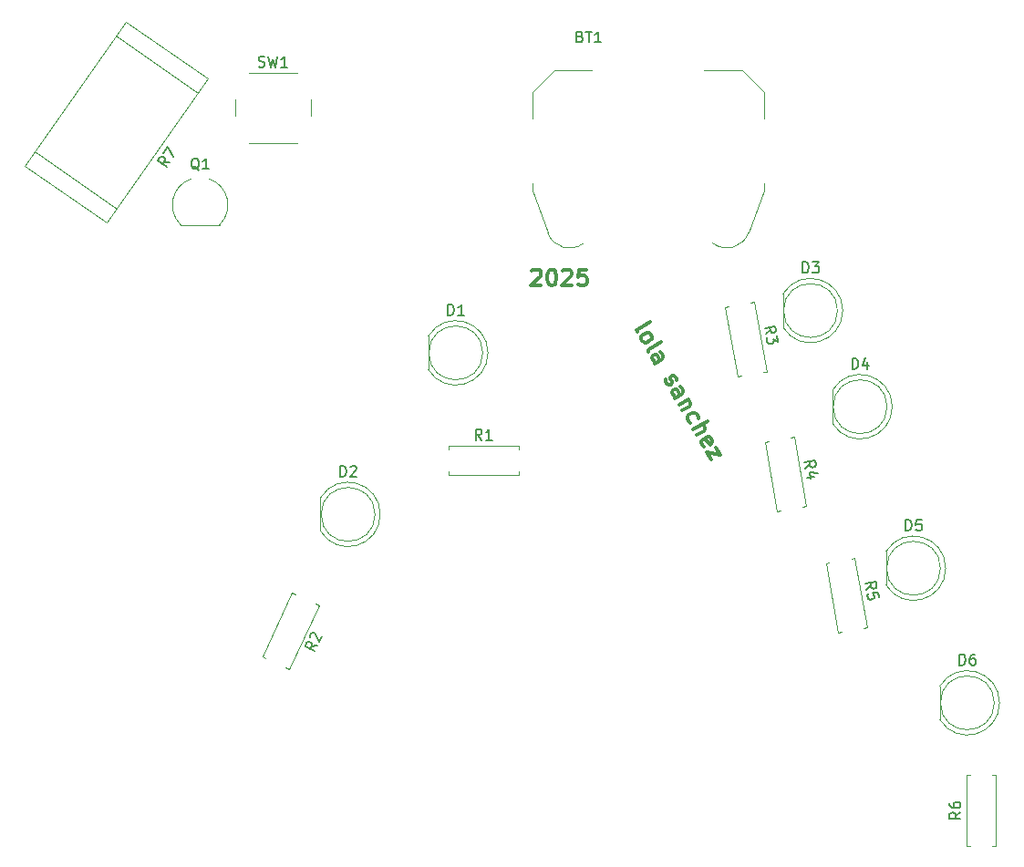
<source format=gbr>
%TF.GenerationSoftware,KiCad,Pcbnew,8.0.6*%
%TF.CreationDate,2025-04-24T23:00:43-04:00*%
%TF.ProjectId,hcsolder,6863736f-6c64-4657-922e-6b696361645f,rev?*%
%TF.SameCoordinates,Original*%
%TF.FileFunction,Legend,Top*%
%TF.FilePolarity,Positive*%
%FSLAX46Y46*%
G04 Gerber Fmt 4.6, Leading zero omitted, Abs format (unit mm)*
G04 Created by KiCad (PCBNEW 8.0.6) date 2025-04-24 23:00:43*
%MOMM*%
%LPD*%
G01*
G04 APERTURE LIST*
%ADD10C,0.300000*%
%ADD11C,0.150000*%
%ADD12C,0.120000*%
G04 APERTURE END LIST*
D10*
X140793082Y-92393685D02*
X140864510Y-92322257D01*
X140864510Y-92322257D02*
X141007368Y-92250828D01*
X141007368Y-92250828D02*
X141364510Y-92250828D01*
X141364510Y-92250828D02*
X141507368Y-92322257D01*
X141507368Y-92322257D02*
X141578796Y-92393685D01*
X141578796Y-92393685D02*
X141650225Y-92536542D01*
X141650225Y-92536542D02*
X141650225Y-92679400D01*
X141650225Y-92679400D02*
X141578796Y-92893685D01*
X141578796Y-92893685D02*
X140721653Y-93750828D01*
X140721653Y-93750828D02*
X141650225Y-93750828D01*
X142578796Y-92250828D02*
X142721653Y-92250828D01*
X142721653Y-92250828D02*
X142864510Y-92322257D01*
X142864510Y-92322257D02*
X142935939Y-92393685D01*
X142935939Y-92393685D02*
X143007367Y-92536542D01*
X143007367Y-92536542D02*
X143078796Y-92822257D01*
X143078796Y-92822257D02*
X143078796Y-93179400D01*
X143078796Y-93179400D02*
X143007367Y-93465114D01*
X143007367Y-93465114D02*
X142935939Y-93607971D01*
X142935939Y-93607971D02*
X142864510Y-93679400D01*
X142864510Y-93679400D02*
X142721653Y-93750828D01*
X142721653Y-93750828D02*
X142578796Y-93750828D01*
X142578796Y-93750828D02*
X142435939Y-93679400D01*
X142435939Y-93679400D02*
X142364510Y-93607971D01*
X142364510Y-93607971D02*
X142293081Y-93465114D01*
X142293081Y-93465114D02*
X142221653Y-93179400D01*
X142221653Y-93179400D02*
X142221653Y-92822257D01*
X142221653Y-92822257D02*
X142293081Y-92536542D01*
X142293081Y-92536542D02*
X142364510Y-92393685D01*
X142364510Y-92393685D02*
X142435939Y-92322257D01*
X142435939Y-92322257D02*
X142578796Y-92250828D01*
X143650224Y-92393685D02*
X143721652Y-92322257D01*
X143721652Y-92322257D02*
X143864510Y-92250828D01*
X143864510Y-92250828D02*
X144221652Y-92250828D01*
X144221652Y-92250828D02*
X144364510Y-92322257D01*
X144364510Y-92322257D02*
X144435938Y-92393685D01*
X144435938Y-92393685D02*
X144507367Y-92536542D01*
X144507367Y-92536542D02*
X144507367Y-92679400D01*
X144507367Y-92679400D02*
X144435938Y-92893685D01*
X144435938Y-92893685D02*
X143578795Y-93750828D01*
X143578795Y-93750828D02*
X144507367Y-93750828D01*
X145864509Y-92250828D02*
X145150223Y-92250828D01*
X145150223Y-92250828D02*
X145078795Y-92965114D01*
X145078795Y-92965114D02*
X145150223Y-92893685D01*
X145150223Y-92893685D02*
X145293081Y-92822257D01*
X145293081Y-92822257D02*
X145650223Y-92822257D01*
X145650223Y-92822257D02*
X145793081Y-92893685D01*
X145793081Y-92893685D02*
X145864509Y-92965114D01*
X145864509Y-92965114D02*
X145935938Y-93107971D01*
X145935938Y-93107971D02*
X145935938Y-93465114D01*
X145935938Y-93465114D02*
X145864509Y-93607971D01*
X145864509Y-93607971D02*
X145793081Y-93679400D01*
X145793081Y-93679400D02*
X145650223Y-93750828D01*
X145650223Y-93750828D02*
X145293081Y-93750828D01*
X145293081Y-93750828D02*
X145150223Y-93679400D01*
X145150223Y-93679400D02*
X145078795Y-93607971D01*
X150556885Y-98066211D02*
X150547316Y-97906779D01*
X150547316Y-97906779D02*
X150635319Y-97773491D01*
X150635319Y-97773491D02*
X151748781Y-97130634D01*
X150949742Y-98746659D02*
X150940173Y-98587227D01*
X150940173Y-98587227D02*
X150966317Y-98489654D01*
X150966317Y-98489654D02*
X151054321Y-98356366D01*
X151054321Y-98356366D02*
X151425475Y-98142081D01*
X151425475Y-98142081D02*
X151584907Y-98132511D01*
X151584907Y-98132511D02*
X151682480Y-98158656D01*
X151682480Y-98158656D02*
X151815768Y-98246659D01*
X151815768Y-98246659D02*
X151922911Y-98432236D01*
X151922911Y-98432236D02*
X151932480Y-98591669D01*
X151932480Y-98591669D02*
X151906336Y-98689242D01*
X151906336Y-98689242D02*
X151818332Y-98822529D01*
X151818332Y-98822529D02*
X151447178Y-99036815D01*
X151447178Y-99036815D02*
X151287746Y-99046385D01*
X151287746Y-99046385D02*
X151190173Y-99020240D01*
X151190173Y-99020240D02*
X151056885Y-98932236D01*
X151056885Y-98932236D02*
X150949742Y-98746659D01*
X151628314Y-99921980D02*
X151618744Y-99762548D01*
X151618744Y-99762548D02*
X151706748Y-99629260D01*
X151706748Y-99629260D02*
X152820209Y-98986403D01*
X152235457Y-100973582D02*
X152915905Y-100580725D01*
X152915905Y-100580725D02*
X153003909Y-100447437D01*
X153003909Y-100447437D02*
X152994339Y-100288005D01*
X152994339Y-100288005D02*
X152851482Y-100040569D01*
X152851482Y-100040569D02*
X152718194Y-99952565D01*
X152297315Y-100937867D02*
X152164028Y-100849864D01*
X152164028Y-100849864D02*
X151985457Y-100540569D01*
X151985457Y-100540569D02*
X151975887Y-100381137D01*
X151975887Y-100381137D02*
X152063891Y-100247849D01*
X152063891Y-100247849D02*
X152187608Y-100176421D01*
X152187608Y-100176421D02*
X152347041Y-100166851D01*
X152347041Y-100166851D02*
X152480328Y-100254855D01*
X152480328Y-100254855D02*
X152658900Y-100564150D01*
X152658900Y-100564150D02*
X152792187Y-100652153D01*
X153190173Y-102484341D02*
X153199742Y-102643774D01*
X153199742Y-102643774D02*
X153342599Y-102891209D01*
X153342599Y-102891209D02*
X153475887Y-102979213D01*
X153475887Y-102979213D02*
X153635319Y-102969643D01*
X153635319Y-102969643D02*
X153697178Y-102933929D01*
X153697178Y-102933929D02*
X153785182Y-102800642D01*
X153785182Y-102800642D02*
X153775612Y-102641209D01*
X153775612Y-102641209D02*
X153668469Y-102455633D01*
X153668469Y-102455633D02*
X153658900Y-102296200D01*
X153658900Y-102296200D02*
X153746903Y-102162913D01*
X153746903Y-102162913D02*
X153808762Y-102127199D01*
X153808762Y-102127199D02*
X153968194Y-102117629D01*
X153968194Y-102117629D02*
X154101482Y-102205633D01*
X154101482Y-102205633D02*
X154208625Y-102391209D01*
X154208625Y-102391209D02*
X154218194Y-102550642D01*
X154092600Y-104190248D02*
X154773048Y-103797391D01*
X154773048Y-103797391D02*
X154861052Y-103664103D01*
X154861052Y-103664103D02*
X154851482Y-103504671D01*
X154851482Y-103504671D02*
X154708625Y-103257235D01*
X154708625Y-103257235D02*
X154575337Y-103169231D01*
X154154458Y-104154534D02*
X154021171Y-104066530D01*
X154021171Y-104066530D02*
X153842600Y-103757235D01*
X153842600Y-103757235D02*
X153833030Y-103597803D01*
X153833030Y-103597803D02*
X153921034Y-103464515D01*
X153921034Y-103464515D02*
X154044751Y-103393087D01*
X154044751Y-103393087D02*
X154204184Y-103383517D01*
X154204184Y-103383517D02*
X154337471Y-103471521D01*
X154337471Y-103471521D02*
X154516043Y-103780816D01*
X154516043Y-103780816D02*
X154649330Y-103868819D01*
X155315768Y-104308838D02*
X154449742Y-104808838D01*
X155192050Y-104380266D02*
X155289623Y-104406411D01*
X155289623Y-104406411D02*
X155422911Y-104494414D01*
X155422911Y-104494414D02*
X155530054Y-104679991D01*
X155530054Y-104679991D02*
X155539623Y-104839423D01*
X155539623Y-104839423D02*
X155451620Y-104972711D01*
X155451620Y-104972711D02*
X154771171Y-105365568D01*
X155511601Y-106505174D02*
X155378314Y-106417171D01*
X155378314Y-106417171D02*
X155235457Y-106169735D01*
X155235457Y-106169735D02*
X155225887Y-106010302D01*
X155225887Y-106010302D02*
X155252032Y-105912729D01*
X155252032Y-105912729D02*
X155340035Y-105779442D01*
X155340035Y-105779442D02*
X155711189Y-105565156D01*
X155711189Y-105565156D02*
X155870621Y-105555586D01*
X155870621Y-105555586D02*
X155968195Y-105581731D01*
X155968195Y-105581731D02*
X156101482Y-105669735D01*
X156101482Y-105669735D02*
X156244339Y-105917171D01*
X156244339Y-105917171D02*
X156253909Y-106076603D01*
X155771171Y-107097619D02*
X157070209Y-106347619D01*
X156092600Y-107654349D02*
X156773048Y-107261492D01*
X156773048Y-107261492D02*
X156861052Y-107128205D01*
X156861052Y-107128205D02*
X156851482Y-106968773D01*
X156851482Y-106968773D02*
X156744339Y-106783196D01*
X156744339Y-106783196D02*
X156611052Y-106695192D01*
X156611052Y-106695192D02*
X156513478Y-106669047D01*
X156797316Y-108732096D02*
X156664028Y-108644093D01*
X156664028Y-108644093D02*
X156521171Y-108396657D01*
X156521171Y-108396657D02*
X156511601Y-108237225D01*
X156511601Y-108237225D02*
X156599605Y-108103937D01*
X156599605Y-108103937D02*
X157094477Y-107818223D01*
X157094477Y-107818223D02*
X157253909Y-107808653D01*
X157253909Y-107808653D02*
X157387196Y-107896657D01*
X157387196Y-107896657D02*
X157530054Y-108144093D01*
X157530054Y-108144093D02*
X157539623Y-108303525D01*
X157539623Y-108303525D02*
X157451620Y-108436813D01*
X157451620Y-108436813D02*
X157327902Y-108508241D01*
X157327902Y-108508241D02*
X156847041Y-107961080D01*
X157887196Y-108762682D02*
X158280053Y-109443131D01*
X158280053Y-109443131D02*
X157021171Y-109262682D01*
X157021171Y-109262682D02*
X157414028Y-109943131D01*
D11*
X166195544Y-110751181D02*
X166606617Y-110340222D01*
X166096316Y-110188434D02*
X167081124Y-110014785D01*
X167081124Y-110014785D02*
X167147276Y-110389950D01*
X167147276Y-110389950D02*
X167116918Y-110492010D01*
X167116918Y-110492010D02*
X167078291Y-110547175D01*
X167078291Y-110547175D02*
X166992769Y-110610609D01*
X166992769Y-110610609D02*
X166852082Y-110635415D01*
X166852082Y-110635415D02*
X166750022Y-110605058D01*
X166750022Y-110605058D02*
X166694858Y-110566431D01*
X166694858Y-110566431D02*
X166631424Y-110480909D01*
X166631424Y-110480909D02*
X166565272Y-110105744D01*
X167000924Y-111479536D02*
X166344385Y-111595302D01*
X167334744Y-111178907D02*
X166589965Y-111068463D01*
X166589965Y-111068463D02*
X166697461Y-111678106D01*
X115416667Y-73407200D02*
X115559524Y-73454819D01*
X115559524Y-73454819D02*
X115797619Y-73454819D01*
X115797619Y-73454819D02*
X115892857Y-73407200D01*
X115892857Y-73407200D02*
X115940476Y-73359580D01*
X115940476Y-73359580D02*
X115988095Y-73264342D01*
X115988095Y-73264342D02*
X115988095Y-73169104D01*
X115988095Y-73169104D02*
X115940476Y-73073866D01*
X115940476Y-73073866D02*
X115892857Y-73026247D01*
X115892857Y-73026247D02*
X115797619Y-72978628D01*
X115797619Y-72978628D02*
X115607143Y-72931009D01*
X115607143Y-72931009D02*
X115511905Y-72883390D01*
X115511905Y-72883390D02*
X115464286Y-72835771D01*
X115464286Y-72835771D02*
X115416667Y-72740533D01*
X115416667Y-72740533D02*
X115416667Y-72645295D01*
X115416667Y-72645295D02*
X115464286Y-72550057D01*
X115464286Y-72550057D02*
X115511905Y-72502438D01*
X115511905Y-72502438D02*
X115607143Y-72454819D01*
X115607143Y-72454819D02*
X115845238Y-72454819D01*
X115845238Y-72454819D02*
X115988095Y-72502438D01*
X116321429Y-72454819D02*
X116559524Y-73454819D01*
X116559524Y-73454819D02*
X116750000Y-72740533D01*
X116750000Y-72740533D02*
X116940476Y-73454819D01*
X116940476Y-73454819D02*
X117178572Y-72454819D01*
X118083333Y-73454819D02*
X117511905Y-73454819D01*
X117797619Y-73454819D02*
X117797619Y-72454819D01*
X117797619Y-72454819D02*
X117702381Y-72597676D01*
X117702381Y-72597676D02*
X117607143Y-72692914D01*
X117607143Y-72692914D02*
X117511905Y-72740533D01*
X136143333Y-108084819D02*
X135810000Y-107608628D01*
X135571905Y-108084819D02*
X135571905Y-107084819D01*
X135571905Y-107084819D02*
X135952857Y-107084819D01*
X135952857Y-107084819D02*
X136048095Y-107132438D01*
X136048095Y-107132438D02*
X136095714Y-107180057D01*
X136095714Y-107180057D02*
X136143333Y-107275295D01*
X136143333Y-107275295D02*
X136143333Y-107418152D01*
X136143333Y-107418152D02*
X136095714Y-107513390D01*
X136095714Y-107513390D02*
X136048095Y-107561009D01*
X136048095Y-107561009D02*
X135952857Y-107608628D01*
X135952857Y-107608628D02*
X135571905Y-107608628D01*
X137095714Y-108084819D02*
X136524286Y-108084819D01*
X136810000Y-108084819D02*
X136810000Y-107084819D01*
X136810000Y-107084819D02*
X136714762Y-107227676D01*
X136714762Y-107227676D02*
X136619524Y-107322914D01*
X136619524Y-107322914D02*
X136524286Y-107370533D01*
X171857144Y-122003298D02*
X172268217Y-121592339D01*
X171757916Y-121440551D02*
X172742724Y-121266902D01*
X172742724Y-121266902D02*
X172808876Y-121642067D01*
X172808876Y-121642067D02*
X172778518Y-121744127D01*
X172778518Y-121744127D02*
X172739891Y-121799292D01*
X172739891Y-121799292D02*
X172654369Y-121862726D01*
X172654369Y-121862726D02*
X172513682Y-121887532D01*
X172513682Y-121887532D02*
X172411622Y-121857175D01*
X172411622Y-121857175D02*
X172356458Y-121818548D01*
X172356458Y-121818548D02*
X172293024Y-121733026D01*
X172293024Y-121733026D02*
X172226872Y-121357861D01*
X172999062Y-122720666D02*
X172916372Y-122251710D01*
X172916372Y-122251710D02*
X172439147Y-122287504D01*
X172439147Y-122287504D02*
X172494312Y-122326131D01*
X172494312Y-122326131D02*
X172557745Y-122411653D01*
X172557745Y-122411653D02*
X172599090Y-122646131D01*
X172599090Y-122646131D02*
X172568732Y-122748191D01*
X172568732Y-122748191D02*
X172530106Y-122803356D01*
X172530106Y-122803356D02*
X172444584Y-122866789D01*
X172444584Y-122866789D02*
X172210106Y-122908134D01*
X172210106Y-122908134D02*
X172108045Y-122877776D01*
X172108045Y-122877776D02*
X172052881Y-122839150D01*
X172052881Y-122839150D02*
X171989447Y-122753628D01*
X171989447Y-122753628D02*
X171948102Y-122519150D01*
X171948102Y-122519150D02*
X171978460Y-122417089D01*
X171978460Y-122417089D02*
X172017087Y-122361925D01*
X170531905Y-101494819D02*
X170531905Y-100494819D01*
X170531905Y-100494819D02*
X170770000Y-100494819D01*
X170770000Y-100494819D02*
X170912857Y-100542438D01*
X170912857Y-100542438D02*
X171008095Y-100637676D01*
X171008095Y-100637676D02*
X171055714Y-100732914D01*
X171055714Y-100732914D02*
X171103333Y-100923390D01*
X171103333Y-100923390D02*
X171103333Y-101066247D01*
X171103333Y-101066247D02*
X171055714Y-101256723D01*
X171055714Y-101256723D02*
X171008095Y-101351961D01*
X171008095Y-101351961D02*
X170912857Y-101447200D01*
X170912857Y-101447200D02*
X170770000Y-101494819D01*
X170770000Y-101494819D02*
X170531905Y-101494819D01*
X171960476Y-100828152D02*
X171960476Y-101494819D01*
X171722381Y-100447200D02*
X171484286Y-101161485D01*
X171484286Y-101161485D02*
X172103333Y-101161485D01*
X109904761Y-83020057D02*
X109809523Y-82972438D01*
X109809523Y-82972438D02*
X109714285Y-82877200D01*
X109714285Y-82877200D02*
X109571428Y-82734342D01*
X109571428Y-82734342D02*
X109476190Y-82686723D01*
X109476190Y-82686723D02*
X109380952Y-82686723D01*
X109428571Y-82924819D02*
X109333333Y-82877200D01*
X109333333Y-82877200D02*
X109238095Y-82781961D01*
X109238095Y-82781961D02*
X109190476Y-82591485D01*
X109190476Y-82591485D02*
X109190476Y-82258152D01*
X109190476Y-82258152D02*
X109238095Y-82067676D01*
X109238095Y-82067676D02*
X109333333Y-81972438D01*
X109333333Y-81972438D02*
X109428571Y-81924819D01*
X109428571Y-81924819D02*
X109619047Y-81924819D01*
X109619047Y-81924819D02*
X109714285Y-81972438D01*
X109714285Y-81972438D02*
X109809523Y-82067676D01*
X109809523Y-82067676D02*
X109857142Y-82258152D01*
X109857142Y-82258152D02*
X109857142Y-82591485D01*
X109857142Y-82591485D02*
X109809523Y-82781961D01*
X109809523Y-82781961D02*
X109714285Y-82877200D01*
X109714285Y-82877200D02*
X109619047Y-82924819D01*
X109619047Y-82924819D02*
X109428571Y-82924819D01*
X110809523Y-82924819D02*
X110238095Y-82924819D01*
X110523809Y-82924819D02*
X110523809Y-81924819D01*
X110523809Y-81924819D02*
X110428571Y-82067676D01*
X110428571Y-82067676D02*
X110333333Y-82162914D01*
X110333333Y-82162914D02*
X110238095Y-82210533D01*
X180584819Y-142666666D02*
X180108628Y-142999999D01*
X180584819Y-143238094D02*
X179584819Y-143238094D01*
X179584819Y-143238094D02*
X179584819Y-142857142D01*
X179584819Y-142857142D02*
X179632438Y-142761904D01*
X179632438Y-142761904D02*
X179680057Y-142714285D01*
X179680057Y-142714285D02*
X179775295Y-142666666D01*
X179775295Y-142666666D02*
X179918152Y-142666666D01*
X179918152Y-142666666D02*
X180013390Y-142714285D01*
X180013390Y-142714285D02*
X180061009Y-142761904D01*
X180061009Y-142761904D02*
X180108628Y-142857142D01*
X180108628Y-142857142D02*
X180108628Y-143238094D01*
X179584819Y-141809523D02*
X179584819Y-141999999D01*
X179584819Y-141999999D02*
X179632438Y-142095237D01*
X179632438Y-142095237D02*
X179680057Y-142142856D01*
X179680057Y-142142856D02*
X179822914Y-142238094D01*
X179822914Y-142238094D02*
X180013390Y-142285713D01*
X180013390Y-142285713D02*
X180394342Y-142285713D01*
X180394342Y-142285713D02*
X180489580Y-142238094D01*
X180489580Y-142238094D02*
X180537200Y-142190475D01*
X180537200Y-142190475D02*
X180584819Y-142095237D01*
X180584819Y-142095237D02*
X180584819Y-141904761D01*
X180584819Y-141904761D02*
X180537200Y-141809523D01*
X180537200Y-141809523D02*
X180489580Y-141761904D01*
X180489580Y-141761904D02*
X180394342Y-141714285D01*
X180394342Y-141714285D02*
X180156247Y-141714285D01*
X180156247Y-141714285D02*
X180061009Y-141761904D01*
X180061009Y-141761904D02*
X180013390Y-141809523D01*
X180013390Y-141809523D02*
X179965771Y-141904761D01*
X179965771Y-141904761D02*
X179965771Y-142095237D01*
X179965771Y-142095237D02*
X180013390Y-142190475D01*
X180013390Y-142190475D02*
X180061009Y-142238094D01*
X180061009Y-142238094D02*
X180156247Y-142285713D01*
X122991905Y-111494819D02*
X122991905Y-110494819D01*
X122991905Y-110494819D02*
X123230000Y-110494819D01*
X123230000Y-110494819D02*
X123372857Y-110542438D01*
X123372857Y-110542438D02*
X123468095Y-110637676D01*
X123468095Y-110637676D02*
X123515714Y-110732914D01*
X123515714Y-110732914D02*
X123563333Y-110923390D01*
X123563333Y-110923390D02*
X123563333Y-111066247D01*
X123563333Y-111066247D02*
X123515714Y-111256723D01*
X123515714Y-111256723D02*
X123468095Y-111351961D01*
X123468095Y-111351961D02*
X123372857Y-111447200D01*
X123372857Y-111447200D02*
X123230000Y-111494819D01*
X123230000Y-111494819D02*
X122991905Y-111494819D01*
X123944286Y-110590057D02*
X123991905Y-110542438D01*
X123991905Y-110542438D02*
X124087143Y-110494819D01*
X124087143Y-110494819D02*
X124325238Y-110494819D01*
X124325238Y-110494819D02*
X124420476Y-110542438D01*
X124420476Y-110542438D02*
X124468095Y-110590057D01*
X124468095Y-110590057D02*
X124515714Y-110685295D01*
X124515714Y-110685295D02*
X124515714Y-110780533D01*
X124515714Y-110780533D02*
X124468095Y-110923390D01*
X124468095Y-110923390D02*
X123896667Y-111494819D01*
X123896667Y-111494819D02*
X124515714Y-111494819D01*
X145264285Y-70631009D02*
X145407142Y-70678628D01*
X145407142Y-70678628D02*
X145454761Y-70726247D01*
X145454761Y-70726247D02*
X145502380Y-70821485D01*
X145502380Y-70821485D02*
X145502380Y-70964342D01*
X145502380Y-70964342D02*
X145454761Y-71059580D01*
X145454761Y-71059580D02*
X145407142Y-71107200D01*
X145407142Y-71107200D02*
X145311904Y-71154819D01*
X145311904Y-71154819D02*
X144930952Y-71154819D01*
X144930952Y-71154819D02*
X144930952Y-70154819D01*
X144930952Y-70154819D02*
X145264285Y-70154819D01*
X145264285Y-70154819D02*
X145359523Y-70202438D01*
X145359523Y-70202438D02*
X145407142Y-70250057D01*
X145407142Y-70250057D02*
X145454761Y-70345295D01*
X145454761Y-70345295D02*
X145454761Y-70440533D01*
X145454761Y-70440533D02*
X145407142Y-70535771D01*
X145407142Y-70535771D02*
X145359523Y-70583390D01*
X145359523Y-70583390D02*
X145264285Y-70631009D01*
X145264285Y-70631009D02*
X144930952Y-70631009D01*
X145788095Y-70154819D02*
X146359523Y-70154819D01*
X146073809Y-71154819D02*
X146073809Y-70154819D01*
X147216666Y-71154819D02*
X146645238Y-71154819D01*
X146930952Y-71154819D02*
X146930952Y-70154819D01*
X146930952Y-70154819D02*
X146835714Y-70297676D01*
X146835714Y-70297676D02*
X146740476Y-70392914D01*
X146740476Y-70392914D02*
X146645238Y-70440533D01*
X162518743Y-98255415D02*
X162929816Y-97844456D01*
X162419515Y-97692668D02*
X163404323Y-97519019D01*
X163404323Y-97519019D02*
X163470475Y-97894184D01*
X163470475Y-97894184D02*
X163440117Y-97996244D01*
X163440117Y-97996244D02*
X163401490Y-98051409D01*
X163401490Y-98051409D02*
X163315968Y-98114843D01*
X163315968Y-98114843D02*
X163175281Y-98139649D01*
X163175281Y-98139649D02*
X163073221Y-98109292D01*
X163073221Y-98109292D02*
X163018057Y-98070665D01*
X163018057Y-98070665D02*
X162954623Y-97985143D01*
X162954623Y-97985143D02*
X162888471Y-97609978D01*
X163561433Y-98410036D02*
X163668930Y-99019679D01*
X163668930Y-99019679D02*
X163235882Y-98757561D01*
X163235882Y-98757561D02*
X163260689Y-98898248D01*
X163260689Y-98898248D02*
X163230331Y-99000308D01*
X163230331Y-99000308D02*
X163191705Y-99055473D01*
X163191705Y-99055473D02*
X163106183Y-99118906D01*
X163106183Y-99118906D02*
X162871705Y-99160251D01*
X162871705Y-99160251D02*
X162769644Y-99129893D01*
X162769644Y-99129893D02*
X162714480Y-99091267D01*
X162714480Y-99091267D02*
X162651046Y-99005745D01*
X162651046Y-99005745D02*
X162601433Y-98724371D01*
X162601433Y-98724371D02*
X162631790Y-98622311D01*
X162631790Y-98622311D02*
X162670417Y-98567146D01*
X175491905Y-116494819D02*
X175491905Y-115494819D01*
X175491905Y-115494819D02*
X175730000Y-115494819D01*
X175730000Y-115494819D02*
X175872857Y-115542438D01*
X175872857Y-115542438D02*
X175968095Y-115637676D01*
X175968095Y-115637676D02*
X176015714Y-115732914D01*
X176015714Y-115732914D02*
X176063333Y-115923390D01*
X176063333Y-115923390D02*
X176063333Y-116066247D01*
X176063333Y-116066247D02*
X176015714Y-116256723D01*
X176015714Y-116256723D02*
X175968095Y-116351961D01*
X175968095Y-116351961D02*
X175872857Y-116447200D01*
X175872857Y-116447200D02*
X175730000Y-116494819D01*
X175730000Y-116494819D02*
X175491905Y-116494819D01*
X176968095Y-115494819D02*
X176491905Y-115494819D01*
X176491905Y-115494819D02*
X176444286Y-115971009D01*
X176444286Y-115971009D02*
X176491905Y-115923390D01*
X176491905Y-115923390D02*
X176587143Y-115875771D01*
X176587143Y-115875771D02*
X176825238Y-115875771D01*
X176825238Y-115875771D02*
X176920476Y-115923390D01*
X176920476Y-115923390D02*
X176968095Y-115971009D01*
X176968095Y-115971009D02*
X177015714Y-116066247D01*
X177015714Y-116066247D02*
X177015714Y-116304342D01*
X177015714Y-116304342D02*
X176968095Y-116399580D01*
X176968095Y-116399580D02*
X176920476Y-116447200D01*
X176920476Y-116447200D02*
X176825238Y-116494819D01*
X176825238Y-116494819D02*
X176587143Y-116494819D01*
X176587143Y-116494819D02*
X176491905Y-116447200D01*
X176491905Y-116447200D02*
X176444286Y-116399580D01*
X165931905Y-92564819D02*
X165931905Y-91564819D01*
X165931905Y-91564819D02*
X166170000Y-91564819D01*
X166170000Y-91564819D02*
X166312857Y-91612438D01*
X166312857Y-91612438D02*
X166408095Y-91707676D01*
X166408095Y-91707676D02*
X166455714Y-91802914D01*
X166455714Y-91802914D02*
X166503333Y-91993390D01*
X166503333Y-91993390D02*
X166503333Y-92136247D01*
X166503333Y-92136247D02*
X166455714Y-92326723D01*
X166455714Y-92326723D02*
X166408095Y-92421961D01*
X166408095Y-92421961D02*
X166312857Y-92517200D01*
X166312857Y-92517200D02*
X166170000Y-92564819D01*
X166170000Y-92564819D02*
X165931905Y-92564819D01*
X166836667Y-91564819D02*
X167455714Y-91564819D01*
X167455714Y-91564819D02*
X167122381Y-91945771D01*
X167122381Y-91945771D02*
X167265238Y-91945771D01*
X167265238Y-91945771D02*
X167360476Y-91993390D01*
X167360476Y-91993390D02*
X167408095Y-92041009D01*
X167408095Y-92041009D02*
X167455714Y-92136247D01*
X167455714Y-92136247D02*
X167455714Y-92374342D01*
X167455714Y-92374342D02*
X167408095Y-92469580D01*
X167408095Y-92469580D02*
X167360476Y-92517200D01*
X167360476Y-92517200D02*
X167265238Y-92564819D01*
X167265238Y-92564819D02*
X166979524Y-92564819D01*
X166979524Y-92564819D02*
X166884286Y-92517200D01*
X166884286Y-92517200D02*
X166836667Y-92469580D01*
X180491905Y-128994819D02*
X180491905Y-127994819D01*
X180491905Y-127994819D02*
X180730000Y-127994819D01*
X180730000Y-127994819D02*
X180872857Y-128042438D01*
X180872857Y-128042438D02*
X180968095Y-128137676D01*
X180968095Y-128137676D02*
X181015714Y-128232914D01*
X181015714Y-128232914D02*
X181063333Y-128423390D01*
X181063333Y-128423390D02*
X181063333Y-128566247D01*
X181063333Y-128566247D02*
X181015714Y-128756723D01*
X181015714Y-128756723D02*
X180968095Y-128851961D01*
X180968095Y-128851961D02*
X180872857Y-128947200D01*
X180872857Y-128947200D02*
X180730000Y-128994819D01*
X180730000Y-128994819D02*
X180491905Y-128994819D01*
X181920476Y-127994819D02*
X181730000Y-127994819D01*
X181730000Y-127994819D02*
X181634762Y-128042438D01*
X181634762Y-128042438D02*
X181587143Y-128090057D01*
X181587143Y-128090057D02*
X181491905Y-128232914D01*
X181491905Y-128232914D02*
X181444286Y-128423390D01*
X181444286Y-128423390D02*
X181444286Y-128804342D01*
X181444286Y-128804342D02*
X181491905Y-128899580D01*
X181491905Y-128899580D02*
X181539524Y-128947200D01*
X181539524Y-128947200D02*
X181634762Y-128994819D01*
X181634762Y-128994819D02*
X181825238Y-128994819D01*
X181825238Y-128994819D02*
X181920476Y-128947200D01*
X181920476Y-128947200D02*
X181968095Y-128899580D01*
X181968095Y-128899580D02*
X182015714Y-128804342D01*
X182015714Y-128804342D02*
X182015714Y-128566247D01*
X182015714Y-128566247D02*
X181968095Y-128471009D01*
X181968095Y-128471009D02*
X181920476Y-128423390D01*
X181920476Y-128423390D02*
X181825238Y-128375771D01*
X181825238Y-128375771D02*
X181634762Y-128375771D01*
X181634762Y-128375771D02*
X181539524Y-128423390D01*
X181539524Y-128423390D02*
X181491905Y-128471009D01*
X181491905Y-128471009D02*
X181444286Y-128566247D01*
X107193465Y-82264036D02*
X106612200Y-82263955D01*
X106865707Y-82732123D02*
X106046555Y-82158546D01*
X106046555Y-82158546D02*
X106265060Y-81846488D01*
X106265060Y-81846488D02*
X106358694Y-81795787D01*
X106358694Y-81795787D02*
X106425014Y-81784093D01*
X106425014Y-81784093D02*
X106530342Y-81799712D01*
X106530342Y-81799712D02*
X106647363Y-81881652D01*
X106647363Y-81881652D02*
X106698065Y-81975285D01*
X106698065Y-81975285D02*
X106709759Y-82041606D01*
X106709759Y-82041606D02*
X106694140Y-82146933D01*
X106694140Y-82146933D02*
X106475634Y-82458991D01*
X106565505Y-81417409D02*
X106947889Y-80871307D01*
X106947889Y-80871307D02*
X107521223Y-81795949D01*
X120879543Y-127177902D02*
X120307095Y-127278758D01*
X120638047Y-127695792D02*
X119731739Y-127273174D01*
X119731739Y-127273174D02*
X119892737Y-126927914D01*
X119892737Y-126927914D02*
X119976144Y-126861724D01*
X119976144Y-126861724D02*
X120039426Y-126838691D01*
X120039426Y-126838691D02*
X120145866Y-126835783D01*
X120145866Y-126835783D02*
X120275338Y-126896157D01*
X120275338Y-126896157D02*
X120341529Y-126979564D01*
X120341529Y-126979564D02*
X120364561Y-127042846D01*
X120364561Y-127042846D02*
X120367470Y-127149285D01*
X120367470Y-127149285D02*
X120206472Y-127494546D01*
X120220548Y-126450273D02*
X120197515Y-126386991D01*
X120197515Y-126386991D02*
X120194607Y-126280551D01*
X120194607Y-126280551D02*
X120295230Y-126064764D01*
X120295230Y-126064764D02*
X120378637Y-125998573D01*
X120378637Y-125998573D02*
X120441920Y-125975541D01*
X120441920Y-125975541D02*
X120548359Y-125972632D01*
X120548359Y-125972632D02*
X120634674Y-126012882D01*
X120634674Y-126012882D02*
X120744022Y-126116413D01*
X120744022Y-126116413D02*
X121020416Y-126875800D01*
X121020416Y-126875800D02*
X121282037Y-126314752D01*
X132991905Y-96494819D02*
X132991905Y-95494819D01*
X132991905Y-95494819D02*
X133230000Y-95494819D01*
X133230000Y-95494819D02*
X133372857Y-95542438D01*
X133372857Y-95542438D02*
X133468095Y-95637676D01*
X133468095Y-95637676D02*
X133515714Y-95732914D01*
X133515714Y-95732914D02*
X133563333Y-95923390D01*
X133563333Y-95923390D02*
X133563333Y-96066247D01*
X133563333Y-96066247D02*
X133515714Y-96256723D01*
X133515714Y-96256723D02*
X133468095Y-96351961D01*
X133468095Y-96351961D02*
X133372857Y-96447200D01*
X133372857Y-96447200D02*
X133230000Y-96494819D01*
X133230000Y-96494819D02*
X132991905Y-96494819D01*
X134515714Y-96494819D02*
X133944286Y-96494819D01*
X134230000Y-96494819D02*
X134230000Y-95494819D01*
X134230000Y-95494819D02*
X134134762Y-95637676D01*
X134134762Y-95637676D02*
X134039524Y-95732914D01*
X134039524Y-95732914D02*
X133944286Y-95780533D01*
D12*
%TO.C,R4*%
X162421384Y-108265459D02*
X163557043Y-114706102D01*
X162746371Y-108208155D02*
X162421384Y-108265459D01*
X163557043Y-114706102D02*
X163882030Y-114648798D01*
X164794771Y-107846967D02*
X165119758Y-107789663D01*
X165119758Y-107789663D02*
X166255417Y-114230306D01*
X166255417Y-114230306D02*
X165930430Y-114287610D01*
%TO.C,SW1*%
X113250000Y-76500000D02*
X113250000Y-78000000D01*
X114500000Y-80500000D02*
X119000000Y-80500000D01*
X119000000Y-74000000D02*
X114500000Y-74000000D01*
X120250000Y-78000000D02*
X120250000Y-76500000D01*
%TO.C,R1*%
X133040000Y-108630000D02*
X139580000Y-108630000D01*
X133040000Y-108960000D02*
X133040000Y-108630000D01*
X133040000Y-111040000D02*
X133040000Y-111370000D01*
X133040000Y-111370000D02*
X139580000Y-111370000D01*
X139580000Y-108630000D02*
X139580000Y-108960000D01*
X139580000Y-111370000D02*
X139580000Y-111040000D01*
%TO.C,R5*%
X168082984Y-119517577D02*
X169218643Y-125958220D01*
X168407971Y-119460273D02*
X168082984Y-119517577D01*
X169218643Y-125958220D02*
X169543630Y-125900916D01*
X170456371Y-119099085D02*
X170781358Y-119041781D01*
X170781358Y-119041781D02*
X171917017Y-125482424D01*
X171917017Y-125482424D02*
X171592030Y-125539728D01*
%TO.C,D4*%
X168710000Y-103455000D02*
X168710000Y-106545000D01*
X168710000Y-103455170D02*
G75*
G02*
X174260000Y-105000462I2560000J-1544830D01*
G01*
X174260000Y-104999538D02*
G75*
G02*
X168710000Y-106544830I-2990000J-462D01*
G01*
X173770000Y-105000000D02*
G75*
G02*
X168770000Y-105000000I-2500000J0D01*
G01*
X168770000Y-105000000D02*
G75*
G02*
X173770000Y-105000000I2500000J0D01*
G01*
%TO.C,Q1*%
X108200000Y-88120000D02*
X111800000Y-88120000D01*
X108188547Y-88112156D02*
G75*
G02*
X109180000Y-83820000I1811453J1842156D01*
G01*
X110780000Y-83820000D02*
G75*
G02*
X111808445Y-88097684I-780000J-2450000D01*
G01*
%TO.C,R6*%
X181130000Y-139230000D02*
X181460000Y-139230000D01*
X181130000Y-145770000D02*
X181130000Y-139230000D01*
X181460000Y-145770000D02*
X181130000Y-145770000D01*
X183540000Y-145770000D02*
X183870000Y-145770000D01*
X183870000Y-139230000D02*
X183540000Y-139230000D01*
X183870000Y-145770000D02*
X183870000Y-139230000D01*
%TO.C,D2*%
X126230000Y-115000000D02*
G75*
G02*
X121230000Y-115000000I-2500000J0D01*
G01*
X121230000Y-115000000D02*
G75*
G02*
X126230000Y-115000000I2500000J0D01*
G01*
X126720000Y-114999538D02*
G75*
G02*
X121170000Y-116544830I-2990000J-462D01*
G01*
X121170000Y-113455170D02*
G75*
G02*
X126720000Y-115000462I2560000J-1544830D01*
G01*
X121170000Y-113455000D02*
X121170000Y-116545000D01*
%TO.C,BT1*%
X160920243Y-88848169D02*
G75*
G02*
X157595000Y-89810000I-2015243J738169D01*
G01*
X145591646Y-89826530D02*
G75*
G02*
X142255000Y-88840000I-1306646J1716531D01*
G01*
X162375000Y-84890000D02*
X160935000Y-88840000D01*
X162375000Y-84260000D02*
X162375000Y-84890000D01*
X162375000Y-75800000D02*
X162375000Y-78260000D01*
X160295000Y-73720000D02*
X162375000Y-75800000D01*
X160295000Y-73720000D02*
X156795000Y-73720000D01*
X146395000Y-73720000D02*
X142895000Y-73720000D01*
X142895000Y-73720000D02*
X140815000Y-75800000D01*
X140815000Y-84890000D02*
X142255000Y-88840000D01*
X140815000Y-84260000D02*
X140815000Y-84890000D01*
X140815000Y-75800000D02*
X140815000Y-78260000D01*
%TO.C,R3*%
X158744583Y-95769694D02*
X159880242Y-102210337D01*
X159069570Y-95712390D02*
X158744583Y-95769694D01*
X159880242Y-102210337D02*
X160205229Y-102153033D01*
X161117970Y-95351202D02*
X161442957Y-95293898D01*
X161442957Y-95293898D02*
X162578616Y-101734541D01*
X162578616Y-101734541D02*
X162253629Y-101791845D01*
%TO.C,D5*%
X173670000Y-118455000D02*
X173670000Y-121545000D01*
X173670000Y-118455170D02*
G75*
G02*
X179220000Y-120000462I2560000J-1544830D01*
G01*
X179220000Y-119999538D02*
G75*
G02*
X173670000Y-121544830I-2990000J-462D01*
G01*
X178730000Y-120000000D02*
G75*
G02*
X173730000Y-120000000I-2500000J0D01*
G01*
X173730000Y-120000000D02*
G75*
G02*
X178730000Y-120000000I2500000J0D01*
G01*
%TO.C,D3*%
X169170000Y-96070000D02*
G75*
G02*
X164170000Y-96070000I-2500000J0D01*
G01*
X164170000Y-96070000D02*
G75*
G02*
X169170000Y-96070000I2500000J0D01*
G01*
X169660000Y-96069538D02*
G75*
G02*
X164110000Y-97614830I-2990000J-462D01*
G01*
X164110000Y-94525170D02*
G75*
G02*
X169660000Y-96070462I2560000J-1544830D01*
G01*
X164110000Y-94525000D02*
X164110000Y-97615000D01*
%TO.C,D6*%
X178670000Y-130955000D02*
X178670000Y-134045000D01*
X178670000Y-130955170D02*
G75*
G02*
X184220000Y-132500462I2560000J-1544830D01*
G01*
X184220000Y-132499538D02*
G75*
G02*
X178670000Y-134044830I-2990000J-462D01*
G01*
X183730000Y-132500000D02*
G75*
G02*
X178730000Y-132500000I-2500000J0D01*
G01*
X178730000Y-132500000D02*
G75*
G02*
X183730000Y-132500000I2500000J0D01*
G01*
%TO.C,R7*%
X101304735Y-87910971D02*
X93735769Y-82611124D01*
X102233354Y-86584763D02*
X94664389Y-81284917D01*
X103108008Y-69226179D02*
X93735769Y-82611124D01*
X109748352Y-75852232D02*
X102179388Y-70552387D01*
X110676972Y-74526026D02*
X101304735Y-87910971D01*
X110676972Y-74526026D02*
X103108008Y-69226179D01*
%TO.C,R2*%
X115766221Y-128217672D02*
X116065303Y-128357136D01*
X118249505Y-129375647D02*
X117950423Y-129236182D01*
X118530144Y-122290419D02*
X115766221Y-128217672D01*
X118829226Y-122429883D02*
X118530144Y-122290419D01*
X120714346Y-123308929D02*
X121013428Y-123448393D01*
X121013428Y-123448393D02*
X118249505Y-129375647D01*
%TO.C,D1*%
X131170000Y-98455000D02*
X131170000Y-101545000D01*
X131170000Y-98455170D02*
G75*
G02*
X136720000Y-100000462I2560000J-1544830D01*
G01*
X136720000Y-99999538D02*
G75*
G02*
X131170000Y-101544830I-2990000J-462D01*
G01*
X136230000Y-100000000D02*
G75*
G02*
X131230000Y-100000000I-2500000J0D01*
G01*
X131230000Y-100000000D02*
G75*
G02*
X136230000Y-100000000I2500000J0D01*
G01*
%TD*%
M02*

</source>
